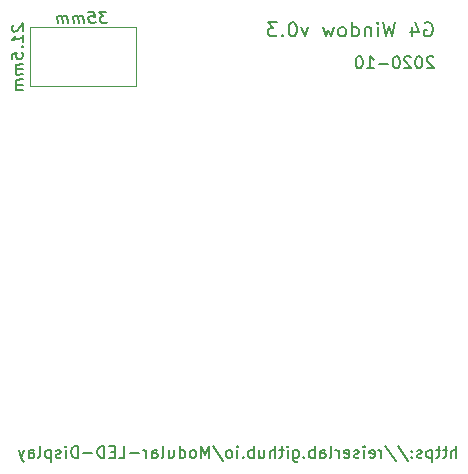
<source format=gbr>
%TF.GenerationSoftware,KiCad,Pcbnew,5.1.7*%
%TF.CreationDate,2020-10-08T13:52:21-04:00*%
%TF.ProjectId,window,77696e64-6f77-42e6-9b69-6361645f7063,rev?*%
%TF.SameCoordinates,Original*%
%TF.FileFunction,Legend,Bot*%
%TF.FilePolarity,Positive*%
%FSLAX46Y46*%
G04 Gerber Fmt 4.6, Leading zero omitted, Abs format (unit mm)*
G04 Created by KiCad (PCBNEW 5.1.7) date 2020-10-08 13:52:21*
%MOMM*%
%LPD*%
G01*
G04 APERTURE LIST*
%ADD10C,0.150000*%
%ADD11C,0.120000*%
G04 APERTURE END LIST*
D10*
X51122857Y-51721056D02*
X51080000Y-51774032D01*
X51037142Y-51874627D01*
X51037142Y-52112723D01*
X51080000Y-52202604D01*
X51122857Y-52244866D01*
X51208571Y-52281770D01*
X51294285Y-52271056D01*
X51422857Y-52207366D01*
X51937142Y-51571651D01*
X51937142Y-52190699D01*
X51937142Y-53143080D02*
X51937142Y-52571651D01*
X51937142Y-52857366D02*
X51037142Y-52969866D01*
X51165714Y-52858556D01*
X51251428Y-52752604D01*
X51294285Y-52652008D01*
X51851428Y-53582366D02*
X51894285Y-53624627D01*
X51937142Y-53571651D01*
X51894285Y-53529389D01*
X51851428Y-53582366D01*
X51937142Y-53571651D01*
X51037142Y-54636532D02*
X51037142Y-54160342D01*
X51465714Y-54059151D01*
X51422857Y-54112127D01*
X51380000Y-54212723D01*
X51380000Y-54450818D01*
X51422857Y-54540699D01*
X51465714Y-54582961D01*
X51551428Y-54619866D01*
X51765714Y-54593080D01*
X51851428Y-54534747D01*
X51894285Y-54481770D01*
X51937142Y-54381175D01*
X51937142Y-54143080D01*
X51894285Y-54053199D01*
X51851428Y-54010937D01*
X51937142Y-55000223D02*
X51337142Y-55075223D01*
X51422857Y-55064508D02*
X51380000Y-55117485D01*
X51337142Y-55218080D01*
X51337142Y-55360937D01*
X51380000Y-55450818D01*
X51465714Y-55487723D01*
X51937142Y-55428794D01*
X51465714Y-55487723D02*
X51380000Y-55546056D01*
X51337142Y-55646651D01*
X51337142Y-55789508D01*
X51380000Y-55879389D01*
X51465714Y-55916294D01*
X51937142Y-55857366D01*
X51937142Y-56333556D02*
X51337142Y-56408556D01*
X51422857Y-56397842D02*
X51380000Y-56450818D01*
X51337142Y-56551413D01*
X51337142Y-56694270D01*
X51380000Y-56784151D01*
X51465714Y-56821056D01*
X51937142Y-56762127D01*
X51465714Y-56821056D02*
X51380000Y-56879389D01*
X51337142Y-56979985D01*
X51337142Y-57122842D01*
X51380000Y-57212723D01*
X51465714Y-57249627D01*
X51937142Y-57190699D01*
X59011562Y-50637142D02*
X58392514Y-50637142D01*
X58768705Y-50980000D01*
X58625848Y-50980000D01*
X58535967Y-51022857D01*
X58493705Y-51065714D01*
X58456800Y-51151428D01*
X58483586Y-51365714D01*
X58541919Y-51451428D01*
X58594895Y-51494285D01*
X58695491Y-51537142D01*
X58981205Y-51537142D01*
X59071086Y-51494285D01*
X59113348Y-51451428D01*
X57487752Y-50637142D02*
X57963943Y-50637142D01*
X58065133Y-51065714D01*
X58012157Y-51022857D01*
X57911562Y-50980000D01*
X57673467Y-50980000D01*
X57583586Y-51022857D01*
X57541324Y-51065714D01*
X57504419Y-51151428D01*
X57531205Y-51365714D01*
X57589538Y-51451428D01*
X57642514Y-51494285D01*
X57743110Y-51537142D01*
X57981205Y-51537142D01*
X58071086Y-51494285D01*
X58113348Y-51451428D01*
X57124062Y-51537142D02*
X57049062Y-50937142D01*
X57059776Y-51022857D02*
X57006800Y-50980000D01*
X56906205Y-50937142D01*
X56763348Y-50937142D01*
X56673467Y-50980000D01*
X56636562Y-51065714D01*
X56695491Y-51537142D01*
X56636562Y-51065714D02*
X56578229Y-50980000D01*
X56477633Y-50937142D01*
X56334776Y-50937142D01*
X56244895Y-50980000D01*
X56207991Y-51065714D01*
X56266919Y-51537142D01*
X55790729Y-51537142D02*
X55715729Y-50937142D01*
X55726443Y-51022857D02*
X55673467Y-50980000D01*
X55572872Y-50937142D01*
X55430014Y-50937142D01*
X55340133Y-50980000D01*
X55303229Y-51065714D01*
X55362157Y-51537142D01*
X55303229Y-51065714D02*
X55244895Y-50980000D01*
X55144300Y-50937142D01*
X55001443Y-50937142D01*
X54911562Y-50980000D01*
X54874657Y-51065714D01*
X54933586Y-51537142D01*
D11*
X61560000Y-51880000D02*
X52560000Y-51880000D01*
X61560000Y-56880000D02*
X61560000Y-51880000D01*
X52560000Y-56880000D02*
X61560000Y-56880000D01*
X52560000Y-51880000D02*
X52560000Y-56880000D01*
D10*
X88646190Y-88372380D02*
X88646190Y-87372380D01*
X88217619Y-88372380D02*
X88217619Y-87848571D01*
X88265238Y-87753333D01*
X88360476Y-87705714D01*
X88503333Y-87705714D01*
X88598571Y-87753333D01*
X88646190Y-87800952D01*
X87884285Y-87705714D02*
X87503333Y-87705714D01*
X87741428Y-87372380D02*
X87741428Y-88229523D01*
X87693809Y-88324761D01*
X87598571Y-88372380D01*
X87503333Y-88372380D01*
X87312857Y-87705714D02*
X86931904Y-87705714D01*
X87170000Y-87372380D02*
X87170000Y-88229523D01*
X87122380Y-88324761D01*
X87027142Y-88372380D01*
X86931904Y-88372380D01*
X86598571Y-87705714D02*
X86598571Y-88705714D01*
X86598571Y-87753333D02*
X86503333Y-87705714D01*
X86312857Y-87705714D01*
X86217619Y-87753333D01*
X86170000Y-87800952D01*
X86122380Y-87896190D01*
X86122380Y-88181904D01*
X86170000Y-88277142D01*
X86217619Y-88324761D01*
X86312857Y-88372380D01*
X86503333Y-88372380D01*
X86598571Y-88324761D01*
X85741428Y-88324761D02*
X85646190Y-88372380D01*
X85455714Y-88372380D01*
X85360476Y-88324761D01*
X85312857Y-88229523D01*
X85312857Y-88181904D01*
X85360476Y-88086666D01*
X85455714Y-88039047D01*
X85598571Y-88039047D01*
X85693809Y-87991428D01*
X85741428Y-87896190D01*
X85741428Y-87848571D01*
X85693809Y-87753333D01*
X85598571Y-87705714D01*
X85455714Y-87705714D01*
X85360476Y-87753333D01*
X84884285Y-88277142D02*
X84836666Y-88324761D01*
X84884285Y-88372380D01*
X84931904Y-88324761D01*
X84884285Y-88277142D01*
X84884285Y-88372380D01*
X84884285Y-87753333D02*
X84836666Y-87800952D01*
X84884285Y-87848571D01*
X84931904Y-87800952D01*
X84884285Y-87753333D01*
X84884285Y-87848571D01*
X83693809Y-87324761D02*
X84550952Y-88610476D01*
X82646190Y-87324761D02*
X83503333Y-88610476D01*
X82312857Y-88372380D02*
X82312857Y-87705714D01*
X82312857Y-87896190D02*
X82265238Y-87800952D01*
X82217619Y-87753333D01*
X82122380Y-87705714D01*
X82027142Y-87705714D01*
X81312857Y-88324761D02*
X81408095Y-88372380D01*
X81598571Y-88372380D01*
X81693809Y-88324761D01*
X81741428Y-88229523D01*
X81741428Y-87848571D01*
X81693809Y-87753333D01*
X81598571Y-87705714D01*
X81408095Y-87705714D01*
X81312857Y-87753333D01*
X81265238Y-87848571D01*
X81265238Y-87943809D01*
X81741428Y-88039047D01*
X80836666Y-88372380D02*
X80836666Y-87705714D01*
X80836666Y-87372380D02*
X80884285Y-87420000D01*
X80836666Y-87467619D01*
X80789047Y-87420000D01*
X80836666Y-87372380D01*
X80836666Y-87467619D01*
X80408095Y-88324761D02*
X80312857Y-88372380D01*
X80122380Y-88372380D01*
X80027142Y-88324761D01*
X79979523Y-88229523D01*
X79979523Y-88181904D01*
X80027142Y-88086666D01*
X80122380Y-88039047D01*
X80265238Y-88039047D01*
X80360476Y-87991428D01*
X80408095Y-87896190D01*
X80408095Y-87848571D01*
X80360476Y-87753333D01*
X80265238Y-87705714D01*
X80122380Y-87705714D01*
X80027142Y-87753333D01*
X79169999Y-88324761D02*
X79265238Y-88372380D01*
X79455714Y-88372380D01*
X79550952Y-88324761D01*
X79598571Y-88229523D01*
X79598571Y-87848571D01*
X79550952Y-87753333D01*
X79455714Y-87705714D01*
X79265238Y-87705714D01*
X79169999Y-87753333D01*
X79122380Y-87848571D01*
X79122380Y-87943809D01*
X79598571Y-88039047D01*
X78693809Y-88372380D02*
X78693809Y-87705714D01*
X78693809Y-87896190D02*
X78646190Y-87800952D01*
X78598571Y-87753333D01*
X78503333Y-87705714D01*
X78408095Y-87705714D01*
X77931904Y-88372380D02*
X78027142Y-88324761D01*
X78074761Y-88229523D01*
X78074761Y-87372380D01*
X77122380Y-88372380D02*
X77122380Y-87848571D01*
X77169999Y-87753333D01*
X77265238Y-87705714D01*
X77455714Y-87705714D01*
X77550952Y-87753333D01*
X77122380Y-88324761D02*
X77217619Y-88372380D01*
X77455714Y-88372380D01*
X77550952Y-88324761D01*
X77598571Y-88229523D01*
X77598571Y-88134285D01*
X77550952Y-88039047D01*
X77455714Y-87991428D01*
X77217619Y-87991428D01*
X77122380Y-87943809D01*
X76646190Y-88372380D02*
X76646190Y-87372380D01*
X76646190Y-87753333D02*
X76550952Y-87705714D01*
X76360476Y-87705714D01*
X76265238Y-87753333D01*
X76217619Y-87800952D01*
X76170000Y-87896190D01*
X76170000Y-88181904D01*
X76217619Y-88277142D01*
X76265238Y-88324761D01*
X76360476Y-88372380D01*
X76550952Y-88372380D01*
X76646190Y-88324761D01*
X75741428Y-88277142D02*
X75693809Y-88324761D01*
X75741428Y-88372380D01*
X75789047Y-88324761D01*
X75741428Y-88277142D01*
X75741428Y-88372380D01*
X74836666Y-87705714D02*
X74836666Y-88515238D01*
X74884285Y-88610476D01*
X74931904Y-88658095D01*
X75027142Y-88705714D01*
X75170000Y-88705714D01*
X75265238Y-88658095D01*
X74836666Y-88324761D02*
X74931904Y-88372380D01*
X75122380Y-88372380D01*
X75217619Y-88324761D01*
X75265238Y-88277142D01*
X75312857Y-88181904D01*
X75312857Y-87896190D01*
X75265238Y-87800952D01*
X75217619Y-87753333D01*
X75122380Y-87705714D01*
X74931904Y-87705714D01*
X74836666Y-87753333D01*
X74360476Y-88372380D02*
X74360476Y-87705714D01*
X74360476Y-87372380D02*
X74408095Y-87420000D01*
X74360476Y-87467619D01*
X74312857Y-87420000D01*
X74360476Y-87372380D01*
X74360476Y-87467619D01*
X74027142Y-87705714D02*
X73646190Y-87705714D01*
X73884285Y-87372380D02*
X73884285Y-88229523D01*
X73836666Y-88324761D01*
X73741428Y-88372380D01*
X73646190Y-88372380D01*
X73312857Y-88372380D02*
X73312857Y-87372380D01*
X72884285Y-88372380D02*
X72884285Y-87848571D01*
X72931904Y-87753333D01*
X73027142Y-87705714D01*
X73170000Y-87705714D01*
X73265238Y-87753333D01*
X73312857Y-87800952D01*
X71979523Y-87705714D02*
X71979523Y-88372380D01*
X72408095Y-87705714D02*
X72408095Y-88229523D01*
X72360476Y-88324761D01*
X72265238Y-88372380D01*
X72122380Y-88372380D01*
X72027142Y-88324761D01*
X71979523Y-88277142D01*
X71503333Y-88372380D02*
X71503333Y-87372380D01*
X71503333Y-87753333D02*
X71408095Y-87705714D01*
X71217619Y-87705714D01*
X71122380Y-87753333D01*
X71074761Y-87800952D01*
X71027142Y-87896190D01*
X71027142Y-88181904D01*
X71074761Y-88277142D01*
X71122380Y-88324761D01*
X71217619Y-88372380D01*
X71408095Y-88372380D01*
X71503333Y-88324761D01*
X70598571Y-88277142D02*
X70550952Y-88324761D01*
X70598571Y-88372380D01*
X70646190Y-88324761D01*
X70598571Y-88277142D01*
X70598571Y-88372380D01*
X70122380Y-88372380D02*
X70122380Y-87705714D01*
X70122380Y-87372380D02*
X70170000Y-87420000D01*
X70122380Y-87467619D01*
X70074761Y-87420000D01*
X70122380Y-87372380D01*
X70122380Y-87467619D01*
X69503333Y-88372380D02*
X69598571Y-88324761D01*
X69646190Y-88277142D01*
X69693809Y-88181904D01*
X69693809Y-87896190D01*
X69646190Y-87800952D01*
X69598571Y-87753333D01*
X69503333Y-87705714D01*
X69360476Y-87705714D01*
X69265238Y-87753333D01*
X69217619Y-87800952D01*
X69170000Y-87896190D01*
X69170000Y-88181904D01*
X69217619Y-88277142D01*
X69265238Y-88324761D01*
X69360476Y-88372380D01*
X69503333Y-88372380D01*
X68027142Y-87324761D02*
X68884285Y-88610476D01*
X67693809Y-88372380D02*
X67693809Y-87372380D01*
X67360476Y-88086666D01*
X67027142Y-87372380D01*
X67027142Y-88372380D01*
X66408095Y-88372380D02*
X66503333Y-88324761D01*
X66550952Y-88277142D01*
X66598571Y-88181904D01*
X66598571Y-87896190D01*
X66550952Y-87800952D01*
X66503333Y-87753333D01*
X66408095Y-87705714D01*
X66265238Y-87705714D01*
X66170000Y-87753333D01*
X66122380Y-87800952D01*
X66074761Y-87896190D01*
X66074761Y-88181904D01*
X66122380Y-88277142D01*
X66170000Y-88324761D01*
X66265238Y-88372380D01*
X66408095Y-88372380D01*
X65217619Y-88372380D02*
X65217619Y-87372380D01*
X65217619Y-88324761D02*
X65312857Y-88372380D01*
X65503333Y-88372380D01*
X65598571Y-88324761D01*
X65646190Y-88277142D01*
X65693809Y-88181904D01*
X65693809Y-87896190D01*
X65646190Y-87800952D01*
X65598571Y-87753333D01*
X65503333Y-87705714D01*
X65312857Y-87705714D01*
X65217619Y-87753333D01*
X64312857Y-87705714D02*
X64312857Y-88372380D01*
X64741428Y-87705714D02*
X64741428Y-88229523D01*
X64693809Y-88324761D01*
X64598571Y-88372380D01*
X64455714Y-88372380D01*
X64360476Y-88324761D01*
X64312857Y-88277142D01*
X63693809Y-88372380D02*
X63789047Y-88324761D01*
X63836666Y-88229523D01*
X63836666Y-87372380D01*
X62884285Y-88372380D02*
X62884285Y-87848571D01*
X62931904Y-87753333D01*
X63027142Y-87705714D01*
X63217619Y-87705714D01*
X63312857Y-87753333D01*
X62884285Y-88324761D02*
X62979523Y-88372380D01*
X63217619Y-88372380D01*
X63312857Y-88324761D01*
X63360476Y-88229523D01*
X63360476Y-88134285D01*
X63312857Y-88039047D01*
X63217619Y-87991428D01*
X62979523Y-87991428D01*
X62884285Y-87943809D01*
X62408095Y-88372380D02*
X62408095Y-87705714D01*
X62408095Y-87896190D02*
X62360476Y-87800952D01*
X62312857Y-87753333D01*
X62217619Y-87705714D01*
X62122380Y-87705714D01*
X61789047Y-87991428D02*
X61027142Y-87991428D01*
X60074761Y-88372380D02*
X60550952Y-88372380D01*
X60550952Y-87372380D01*
X59741428Y-87848571D02*
X59408095Y-87848571D01*
X59265238Y-88372380D02*
X59741428Y-88372380D01*
X59741428Y-87372380D01*
X59265238Y-87372380D01*
X58836666Y-88372380D02*
X58836666Y-87372380D01*
X58598571Y-87372380D01*
X58455714Y-87420000D01*
X58360476Y-87515238D01*
X58312857Y-87610476D01*
X58265238Y-87800952D01*
X58265238Y-87943809D01*
X58312857Y-88134285D01*
X58360476Y-88229523D01*
X58455714Y-88324761D01*
X58598571Y-88372380D01*
X58836666Y-88372380D01*
X57836666Y-87991428D02*
X57074761Y-87991428D01*
X56598571Y-88372380D02*
X56598571Y-87372380D01*
X56360476Y-87372380D01*
X56217619Y-87420000D01*
X56122380Y-87515238D01*
X56074761Y-87610476D01*
X56027142Y-87800952D01*
X56027142Y-87943809D01*
X56074761Y-88134285D01*
X56122380Y-88229523D01*
X56217619Y-88324761D01*
X56360476Y-88372380D01*
X56598571Y-88372380D01*
X55598571Y-88372380D02*
X55598571Y-87705714D01*
X55598571Y-87372380D02*
X55646190Y-87420000D01*
X55598571Y-87467619D01*
X55550952Y-87420000D01*
X55598571Y-87372380D01*
X55598571Y-87467619D01*
X55169999Y-88324761D02*
X55074761Y-88372380D01*
X54884285Y-88372380D01*
X54789047Y-88324761D01*
X54741428Y-88229523D01*
X54741428Y-88181904D01*
X54789047Y-88086666D01*
X54884285Y-88039047D01*
X55027142Y-88039047D01*
X55122380Y-87991428D01*
X55169999Y-87896190D01*
X55169999Y-87848571D01*
X55122380Y-87753333D01*
X55027142Y-87705714D01*
X54884285Y-87705714D01*
X54789047Y-87753333D01*
X54312857Y-87705714D02*
X54312857Y-88705714D01*
X54312857Y-87753333D02*
X54217619Y-87705714D01*
X54027142Y-87705714D01*
X53931904Y-87753333D01*
X53884285Y-87800952D01*
X53836666Y-87896190D01*
X53836666Y-88181904D01*
X53884285Y-88277142D01*
X53931904Y-88324761D01*
X54027142Y-88372380D01*
X54217619Y-88372380D01*
X54312857Y-88324761D01*
X53265238Y-88372380D02*
X53360476Y-88324761D01*
X53408095Y-88229523D01*
X53408095Y-87372380D01*
X52455714Y-88372380D02*
X52455714Y-87848571D01*
X52503333Y-87753333D01*
X52598571Y-87705714D01*
X52789047Y-87705714D01*
X52884285Y-87753333D01*
X52455714Y-88324761D02*
X52550952Y-88372380D01*
X52789047Y-88372380D01*
X52884285Y-88324761D01*
X52931904Y-88229523D01*
X52931904Y-88134285D01*
X52884285Y-88039047D01*
X52789047Y-87991428D01*
X52550952Y-87991428D01*
X52455714Y-87943809D01*
X52074761Y-87705714D02*
X51836666Y-88372380D01*
X51598571Y-87705714D02*
X51836666Y-88372380D01*
X51931904Y-88610476D01*
X51979523Y-88658095D01*
X52074761Y-88705714D01*
X86712023Y-54467619D02*
X86664404Y-54420000D01*
X86569166Y-54372380D01*
X86331071Y-54372380D01*
X86235833Y-54420000D01*
X86188214Y-54467619D01*
X86140595Y-54562857D01*
X86140595Y-54658095D01*
X86188214Y-54800952D01*
X86759642Y-55372380D01*
X86140595Y-55372380D01*
X85521547Y-54372380D02*
X85426309Y-54372380D01*
X85331071Y-54420000D01*
X85283452Y-54467619D01*
X85235833Y-54562857D01*
X85188214Y-54753333D01*
X85188214Y-54991428D01*
X85235833Y-55181904D01*
X85283452Y-55277142D01*
X85331071Y-55324761D01*
X85426309Y-55372380D01*
X85521547Y-55372380D01*
X85616785Y-55324761D01*
X85664404Y-55277142D01*
X85712023Y-55181904D01*
X85759642Y-54991428D01*
X85759642Y-54753333D01*
X85712023Y-54562857D01*
X85664404Y-54467619D01*
X85616785Y-54420000D01*
X85521547Y-54372380D01*
X84807261Y-54467619D02*
X84759642Y-54420000D01*
X84664404Y-54372380D01*
X84426309Y-54372380D01*
X84331071Y-54420000D01*
X84283452Y-54467619D01*
X84235833Y-54562857D01*
X84235833Y-54658095D01*
X84283452Y-54800952D01*
X84854880Y-55372380D01*
X84235833Y-55372380D01*
X83616785Y-54372380D02*
X83521547Y-54372380D01*
X83426309Y-54420000D01*
X83378690Y-54467619D01*
X83331071Y-54562857D01*
X83283452Y-54753333D01*
X83283452Y-54991428D01*
X83331071Y-55181904D01*
X83378690Y-55277142D01*
X83426309Y-55324761D01*
X83521547Y-55372380D01*
X83616785Y-55372380D01*
X83712023Y-55324761D01*
X83759642Y-55277142D01*
X83807261Y-55181904D01*
X83854880Y-54991428D01*
X83854880Y-54753333D01*
X83807261Y-54562857D01*
X83759642Y-54467619D01*
X83712023Y-54420000D01*
X83616785Y-54372380D01*
X82854880Y-54991428D02*
X82092976Y-54991428D01*
X81092976Y-55372380D02*
X81664404Y-55372380D01*
X81378690Y-55372380D02*
X81378690Y-54372380D01*
X81473928Y-54515238D01*
X81569166Y-54610476D01*
X81664404Y-54658095D01*
X80473928Y-54372380D02*
X80378690Y-54372380D01*
X80283452Y-54420000D01*
X80235833Y-54467619D01*
X80188214Y-54562857D01*
X80140595Y-54753333D01*
X80140595Y-54991428D01*
X80188214Y-55181904D01*
X80235833Y-55277142D01*
X80283452Y-55324761D01*
X80378690Y-55372380D01*
X80473928Y-55372380D01*
X80569166Y-55324761D01*
X80616785Y-55277142D01*
X80664404Y-55181904D01*
X80712023Y-54991428D01*
X80712023Y-54753333D01*
X80664404Y-54562857D01*
X80616785Y-54467619D01*
X80569166Y-54420000D01*
X80473928Y-54372380D01*
X85988214Y-51540000D02*
X86102500Y-51482857D01*
X86273928Y-51482857D01*
X86445357Y-51540000D01*
X86559642Y-51654285D01*
X86616785Y-51768571D01*
X86673928Y-51997142D01*
X86673928Y-52168571D01*
X86616785Y-52397142D01*
X86559642Y-52511428D01*
X86445357Y-52625714D01*
X86273928Y-52682857D01*
X86159642Y-52682857D01*
X85988214Y-52625714D01*
X85931071Y-52568571D01*
X85931071Y-52168571D01*
X86159642Y-52168571D01*
X84902500Y-51882857D02*
X84902500Y-52682857D01*
X85188214Y-51425714D02*
X85473928Y-52282857D01*
X84731071Y-52282857D01*
X83473928Y-51482857D02*
X83188214Y-52682857D01*
X82959642Y-51825714D01*
X82731071Y-52682857D01*
X82445357Y-51482857D01*
X81988214Y-52682857D02*
X81988214Y-51882857D01*
X81988214Y-51482857D02*
X82045357Y-51540000D01*
X81988214Y-51597142D01*
X81931071Y-51540000D01*
X81988214Y-51482857D01*
X81988214Y-51597142D01*
X81416785Y-51882857D02*
X81416785Y-52682857D01*
X81416785Y-51997142D02*
X81359642Y-51940000D01*
X81245357Y-51882857D01*
X81073928Y-51882857D01*
X80959642Y-51940000D01*
X80902500Y-52054285D01*
X80902500Y-52682857D01*
X79816785Y-52682857D02*
X79816785Y-51482857D01*
X79816785Y-52625714D02*
X79931071Y-52682857D01*
X80159642Y-52682857D01*
X80273928Y-52625714D01*
X80331071Y-52568571D01*
X80388214Y-52454285D01*
X80388214Y-52111428D01*
X80331071Y-51997142D01*
X80273928Y-51940000D01*
X80159642Y-51882857D01*
X79931071Y-51882857D01*
X79816785Y-51940000D01*
X79073928Y-52682857D02*
X79188214Y-52625714D01*
X79245357Y-52568571D01*
X79302500Y-52454285D01*
X79302500Y-52111428D01*
X79245357Y-51997142D01*
X79188214Y-51940000D01*
X79073928Y-51882857D01*
X78902500Y-51882857D01*
X78788214Y-51940000D01*
X78731071Y-51997142D01*
X78673928Y-52111428D01*
X78673928Y-52454285D01*
X78731071Y-52568571D01*
X78788214Y-52625714D01*
X78902500Y-52682857D01*
X79073928Y-52682857D01*
X78273928Y-51882857D02*
X78045357Y-52682857D01*
X77816785Y-52111428D01*
X77588214Y-52682857D01*
X77359642Y-51882857D01*
X76102500Y-51882857D02*
X75816785Y-52682857D01*
X75531071Y-51882857D01*
X74845357Y-51482857D02*
X74731071Y-51482857D01*
X74616785Y-51540000D01*
X74559642Y-51597142D01*
X74502500Y-51711428D01*
X74445357Y-51940000D01*
X74445357Y-52225714D01*
X74502500Y-52454285D01*
X74559642Y-52568571D01*
X74616785Y-52625714D01*
X74731071Y-52682857D01*
X74845357Y-52682857D01*
X74959642Y-52625714D01*
X75016785Y-52568571D01*
X75073928Y-52454285D01*
X75131071Y-52225714D01*
X75131071Y-51940000D01*
X75073928Y-51711428D01*
X75016785Y-51597142D01*
X74959642Y-51540000D01*
X74845357Y-51482857D01*
X73931071Y-52568571D02*
X73873928Y-52625714D01*
X73931071Y-52682857D01*
X73988214Y-52625714D01*
X73931071Y-52568571D01*
X73931071Y-52682857D01*
X73473928Y-51482857D02*
X72731071Y-51482857D01*
X73131071Y-51940000D01*
X72959642Y-51940000D01*
X72845357Y-51997142D01*
X72788214Y-52054285D01*
X72731071Y-52168571D01*
X72731071Y-52454285D01*
X72788214Y-52568571D01*
X72845357Y-52625714D01*
X72959642Y-52682857D01*
X73302500Y-52682857D01*
X73416785Y-52625714D01*
X73473928Y-52568571D01*
M02*

</source>
